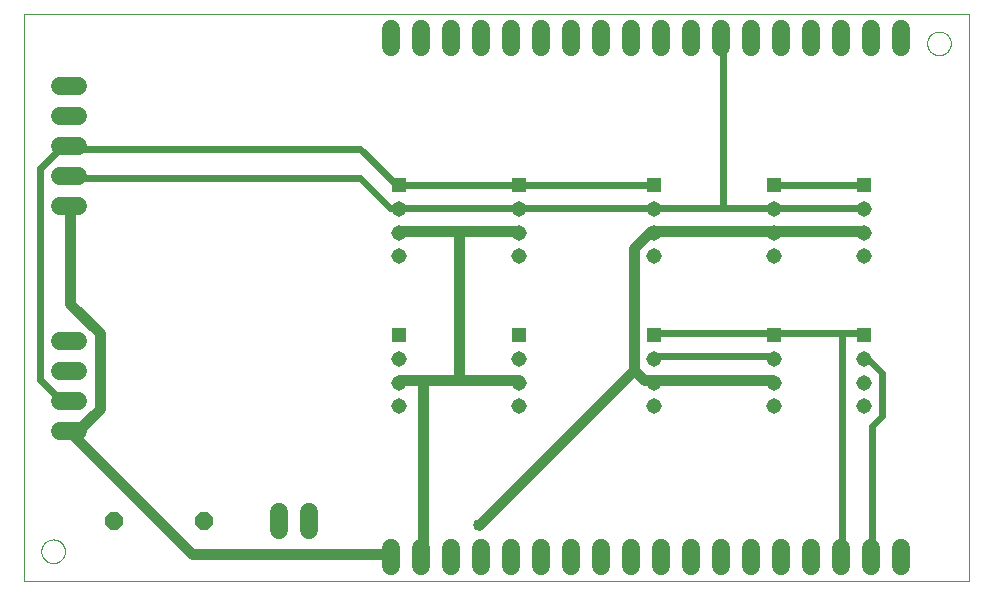
<source format=gtl>
G75*
%MOIN*%
%OFA0B0*%
%FSLAX25Y25*%
%IPPOS*%
%LPD*%
%AMOC8*
5,1,8,0,0,1.08239X$1,22.5*
%
%ADD10C,0.00000*%
%ADD11C,0.06000*%
%ADD12R,0.05150X0.05150*%
%ADD13C,0.05150*%
%ADD14OC8,0.06000*%
%ADD15C,0.02400*%
%ADD16C,0.03600*%
%ADD17C,0.04000*%
D10*
X0001000Y0001226D02*
X0001000Y0190202D01*
X0315961Y0190202D01*
X0315961Y0001226D01*
X0001000Y0001226D01*
X0006906Y0011069D02*
X0006908Y0011194D01*
X0006914Y0011319D01*
X0006924Y0011443D01*
X0006938Y0011567D01*
X0006955Y0011691D01*
X0006977Y0011814D01*
X0007003Y0011936D01*
X0007032Y0012058D01*
X0007065Y0012178D01*
X0007103Y0012297D01*
X0007143Y0012416D01*
X0007188Y0012532D01*
X0007236Y0012647D01*
X0007288Y0012761D01*
X0007344Y0012873D01*
X0007403Y0012983D01*
X0007465Y0013091D01*
X0007531Y0013198D01*
X0007600Y0013302D01*
X0007673Y0013403D01*
X0007748Y0013503D01*
X0007827Y0013600D01*
X0007909Y0013694D01*
X0007994Y0013786D01*
X0008081Y0013875D01*
X0008172Y0013961D01*
X0008265Y0014044D01*
X0008361Y0014125D01*
X0008459Y0014202D01*
X0008559Y0014276D01*
X0008662Y0014347D01*
X0008767Y0014414D01*
X0008875Y0014479D01*
X0008984Y0014539D01*
X0009095Y0014597D01*
X0009208Y0014650D01*
X0009322Y0014700D01*
X0009438Y0014747D01*
X0009555Y0014789D01*
X0009674Y0014828D01*
X0009794Y0014864D01*
X0009915Y0014895D01*
X0010037Y0014923D01*
X0010159Y0014946D01*
X0010283Y0014966D01*
X0010407Y0014982D01*
X0010531Y0014994D01*
X0010656Y0015002D01*
X0010781Y0015006D01*
X0010905Y0015006D01*
X0011030Y0015002D01*
X0011155Y0014994D01*
X0011279Y0014982D01*
X0011403Y0014966D01*
X0011527Y0014946D01*
X0011649Y0014923D01*
X0011771Y0014895D01*
X0011892Y0014864D01*
X0012012Y0014828D01*
X0012131Y0014789D01*
X0012248Y0014747D01*
X0012364Y0014700D01*
X0012478Y0014650D01*
X0012591Y0014597D01*
X0012702Y0014539D01*
X0012812Y0014479D01*
X0012919Y0014414D01*
X0013024Y0014347D01*
X0013127Y0014276D01*
X0013227Y0014202D01*
X0013325Y0014125D01*
X0013421Y0014044D01*
X0013514Y0013961D01*
X0013605Y0013875D01*
X0013692Y0013786D01*
X0013777Y0013694D01*
X0013859Y0013600D01*
X0013938Y0013503D01*
X0014013Y0013403D01*
X0014086Y0013302D01*
X0014155Y0013198D01*
X0014221Y0013091D01*
X0014283Y0012983D01*
X0014342Y0012873D01*
X0014398Y0012761D01*
X0014450Y0012647D01*
X0014498Y0012532D01*
X0014543Y0012416D01*
X0014583Y0012297D01*
X0014621Y0012178D01*
X0014654Y0012058D01*
X0014683Y0011936D01*
X0014709Y0011814D01*
X0014731Y0011691D01*
X0014748Y0011567D01*
X0014762Y0011443D01*
X0014772Y0011319D01*
X0014778Y0011194D01*
X0014780Y0011069D01*
X0014778Y0010944D01*
X0014772Y0010819D01*
X0014762Y0010695D01*
X0014748Y0010571D01*
X0014731Y0010447D01*
X0014709Y0010324D01*
X0014683Y0010202D01*
X0014654Y0010080D01*
X0014621Y0009960D01*
X0014583Y0009841D01*
X0014543Y0009722D01*
X0014498Y0009606D01*
X0014450Y0009491D01*
X0014398Y0009377D01*
X0014342Y0009265D01*
X0014283Y0009155D01*
X0014221Y0009047D01*
X0014155Y0008940D01*
X0014086Y0008836D01*
X0014013Y0008735D01*
X0013938Y0008635D01*
X0013859Y0008538D01*
X0013777Y0008444D01*
X0013692Y0008352D01*
X0013605Y0008263D01*
X0013514Y0008177D01*
X0013421Y0008094D01*
X0013325Y0008013D01*
X0013227Y0007936D01*
X0013127Y0007862D01*
X0013024Y0007791D01*
X0012919Y0007724D01*
X0012811Y0007659D01*
X0012702Y0007599D01*
X0012591Y0007541D01*
X0012478Y0007488D01*
X0012364Y0007438D01*
X0012248Y0007391D01*
X0012131Y0007349D01*
X0012012Y0007310D01*
X0011892Y0007274D01*
X0011771Y0007243D01*
X0011649Y0007215D01*
X0011527Y0007192D01*
X0011403Y0007172D01*
X0011279Y0007156D01*
X0011155Y0007144D01*
X0011030Y0007136D01*
X0010905Y0007132D01*
X0010781Y0007132D01*
X0010656Y0007136D01*
X0010531Y0007144D01*
X0010407Y0007156D01*
X0010283Y0007172D01*
X0010159Y0007192D01*
X0010037Y0007215D01*
X0009915Y0007243D01*
X0009794Y0007274D01*
X0009674Y0007310D01*
X0009555Y0007349D01*
X0009438Y0007391D01*
X0009322Y0007438D01*
X0009208Y0007488D01*
X0009095Y0007541D01*
X0008984Y0007599D01*
X0008874Y0007659D01*
X0008767Y0007724D01*
X0008662Y0007791D01*
X0008559Y0007862D01*
X0008459Y0007936D01*
X0008361Y0008013D01*
X0008265Y0008094D01*
X0008172Y0008177D01*
X0008081Y0008263D01*
X0007994Y0008352D01*
X0007909Y0008444D01*
X0007827Y0008538D01*
X0007748Y0008635D01*
X0007673Y0008735D01*
X0007600Y0008836D01*
X0007531Y0008940D01*
X0007465Y0009047D01*
X0007403Y0009155D01*
X0007344Y0009265D01*
X0007288Y0009377D01*
X0007236Y0009491D01*
X0007188Y0009606D01*
X0007143Y0009722D01*
X0007103Y0009841D01*
X0007065Y0009960D01*
X0007032Y0010080D01*
X0007003Y0010202D01*
X0006977Y0010324D01*
X0006955Y0010447D01*
X0006938Y0010571D01*
X0006924Y0010695D01*
X0006914Y0010819D01*
X0006908Y0010944D01*
X0006906Y0011069D01*
X0302181Y0180360D02*
X0302183Y0180485D01*
X0302189Y0180610D01*
X0302199Y0180734D01*
X0302213Y0180858D01*
X0302230Y0180982D01*
X0302252Y0181105D01*
X0302278Y0181227D01*
X0302307Y0181349D01*
X0302340Y0181469D01*
X0302378Y0181588D01*
X0302418Y0181707D01*
X0302463Y0181823D01*
X0302511Y0181938D01*
X0302563Y0182052D01*
X0302619Y0182164D01*
X0302678Y0182274D01*
X0302740Y0182382D01*
X0302806Y0182489D01*
X0302875Y0182593D01*
X0302948Y0182694D01*
X0303023Y0182794D01*
X0303102Y0182891D01*
X0303184Y0182985D01*
X0303269Y0183077D01*
X0303356Y0183166D01*
X0303447Y0183252D01*
X0303540Y0183335D01*
X0303636Y0183416D01*
X0303734Y0183493D01*
X0303834Y0183567D01*
X0303937Y0183638D01*
X0304042Y0183705D01*
X0304150Y0183770D01*
X0304259Y0183830D01*
X0304370Y0183888D01*
X0304483Y0183941D01*
X0304597Y0183991D01*
X0304713Y0184038D01*
X0304830Y0184080D01*
X0304949Y0184119D01*
X0305069Y0184155D01*
X0305190Y0184186D01*
X0305312Y0184214D01*
X0305434Y0184237D01*
X0305558Y0184257D01*
X0305682Y0184273D01*
X0305806Y0184285D01*
X0305931Y0184293D01*
X0306056Y0184297D01*
X0306180Y0184297D01*
X0306305Y0184293D01*
X0306430Y0184285D01*
X0306554Y0184273D01*
X0306678Y0184257D01*
X0306802Y0184237D01*
X0306924Y0184214D01*
X0307046Y0184186D01*
X0307167Y0184155D01*
X0307287Y0184119D01*
X0307406Y0184080D01*
X0307523Y0184038D01*
X0307639Y0183991D01*
X0307753Y0183941D01*
X0307866Y0183888D01*
X0307977Y0183830D01*
X0308087Y0183770D01*
X0308194Y0183705D01*
X0308299Y0183638D01*
X0308402Y0183567D01*
X0308502Y0183493D01*
X0308600Y0183416D01*
X0308696Y0183335D01*
X0308789Y0183252D01*
X0308880Y0183166D01*
X0308967Y0183077D01*
X0309052Y0182985D01*
X0309134Y0182891D01*
X0309213Y0182794D01*
X0309288Y0182694D01*
X0309361Y0182593D01*
X0309430Y0182489D01*
X0309496Y0182382D01*
X0309558Y0182274D01*
X0309617Y0182164D01*
X0309673Y0182052D01*
X0309725Y0181938D01*
X0309773Y0181823D01*
X0309818Y0181707D01*
X0309858Y0181588D01*
X0309896Y0181469D01*
X0309929Y0181349D01*
X0309958Y0181227D01*
X0309984Y0181105D01*
X0310006Y0180982D01*
X0310023Y0180858D01*
X0310037Y0180734D01*
X0310047Y0180610D01*
X0310053Y0180485D01*
X0310055Y0180360D01*
X0310053Y0180235D01*
X0310047Y0180110D01*
X0310037Y0179986D01*
X0310023Y0179862D01*
X0310006Y0179738D01*
X0309984Y0179615D01*
X0309958Y0179493D01*
X0309929Y0179371D01*
X0309896Y0179251D01*
X0309858Y0179132D01*
X0309818Y0179013D01*
X0309773Y0178897D01*
X0309725Y0178782D01*
X0309673Y0178668D01*
X0309617Y0178556D01*
X0309558Y0178446D01*
X0309496Y0178338D01*
X0309430Y0178231D01*
X0309361Y0178127D01*
X0309288Y0178026D01*
X0309213Y0177926D01*
X0309134Y0177829D01*
X0309052Y0177735D01*
X0308967Y0177643D01*
X0308880Y0177554D01*
X0308789Y0177468D01*
X0308696Y0177385D01*
X0308600Y0177304D01*
X0308502Y0177227D01*
X0308402Y0177153D01*
X0308299Y0177082D01*
X0308194Y0177015D01*
X0308086Y0176950D01*
X0307977Y0176890D01*
X0307866Y0176832D01*
X0307753Y0176779D01*
X0307639Y0176729D01*
X0307523Y0176682D01*
X0307406Y0176640D01*
X0307287Y0176601D01*
X0307167Y0176565D01*
X0307046Y0176534D01*
X0306924Y0176506D01*
X0306802Y0176483D01*
X0306678Y0176463D01*
X0306554Y0176447D01*
X0306430Y0176435D01*
X0306305Y0176427D01*
X0306180Y0176423D01*
X0306056Y0176423D01*
X0305931Y0176427D01*
X0305806Y0176435D01*
X0305682Y0176447D01*
X0305558Y0176463D01*
X0305434Y0176483D01*
X0305312Y0176506D01*
X0305190Y0176534D01*
X0305069Y0176565D01*
X0304949Y0176601D01*
X0304830Y0176640D01*
X0304713Y0176682D01*
X0304597Y0176729D01*
X0304483Y0176779D01*
X0304370Y0176832D01*
X0304259Y0176890D01*
X0304149Y0176950D01*
X0304042Y0177015D01*
X0303937Y0177082D01*
X0303834Y0177153D01*
X0303734Y0177227D01*
X0303636Y0177304D01*
X0303540Y0177385D01*
X0303447Y0177468D01*
X0303356Y0177554D01*
X0303269Y0177643D01*
X0303184Y0177735D01*
X0303102Y0177829D01*
X0303023Y0177926D01*
X0302948Y0178026D01*
X0302875Y0178127D01*
X0302806Y0178231D01*
X0302740Y0178338D01*
X0302678Y0178446D01*
X0302619Y0178556D01*
X0302563Y0178668D01*
X0302511Y0178782D01*
X0302463Y0178897D01*
X0302418Y0179013D01*
X0302378Y0179132D01*
X0302340Y0179251D01*
X0302307Y0179371D01*
X0302278Y0179493D01*
X0302252Y0179615D01*
X0302230Y0179738D01*
X0302213Y0179862D01*
X0302199Y0179986D01*
X0302189Y0180110D01*
X0302183Y0180235D01*
X0302181Y0180360D01*
D11*
X0293461Y0179328D02*
X0293461Y0185328D01*
X0283461Y0185328D02*
X0283461Y0179328D01*
X0273461Y0179328D02*
X0273461Y0185328D01*
X0263461Y0185328D02*
X0263461Y0179328D01*
X0253461Y0179328D02*
X0253461Y0185328D01*
X0243461Y0185328D02*
X0243461Y0179328D01*
X0233461Y0179328D02*
X0233461Y0185328D01*
X0223461Y0185328D02*
X0223461Y0179328D01*
X0213461Y0179328D02*
X0213461Y0185328D01*
X0203461Y0185328D02*
X0203461Y0179328D01*
X0193461Y0179328D02*
X0193461Y0185328D01*
X0183461Y0185328D02*
X0183461Y0179328D01*
X0173461Y0179328D02*
X0173461Y0185328D01*
X0163461Y0185328D02*
X0163461Y0179328D01*
X0153461Y0179328D02*
X0153461Y0185328D01*
X0143461Y0185328D02*
X0143461Y0179328D01*
X0133461Y0179328D02*
X0133461Y0185328D01*
X0123461Y0185328D02*
X0123461Y0179328D01*
X0019000Y0166226D02*
X0013000Y0166226D01*
X0013000Y0156226D02*
X0019000Y0156226D01*
X0019000Y0146226D02*
X0013000Y0146226D01*
X0013000Y0136226D02*
X0019000Y0136226D01*
X0019000Y0126226D02*
X0013000Y0126226D01*
X0013000Y0081226D02*
X0019000Y0081226D01*
X0019000Y0071226D02*
X0013000Y0071226D01*
X0013000Y0061226D02*
X0019000Y0061226D01*
X0019000Y0051226D02*
X0013000Y0051226D01*
X0086000Y0024226D02*
X0086000Y0018226D01*
X0096000Y0018226D02*
X0096000Y0024226D01*
X0123461Y0012100D02*
X0123461Y0006100D01*
X0133461Y0006100D02*
X0133461Y0012100D01*
X0143461Y0012100D02*
X0143461Y0006100D01*
X0153461Y0006100D02*
X0153461Y0012100D01*
X0163461Y0012100D02*
X0163461Y0006100D01*
X0173461Y0006100D02*
X0173461Y0012100D01*
X0183461Y0012100D02*
X0183461Y0006100D01*
X0193461Y0006100D02*
X0193461Y0012100D01*
X0203461Y0012100D02*
X0203461Y0006100D01*
X0213461Y0006100D02*
X0213461Y0012100D01*
X0223461Y0012100D02*
X0223461Y0006100D01*
X0233461Y0006100D02*
X0233461Y0012100D01*
X0243461Y0012100D02*
X0243461Y0006100D01*
X0253461Y0006100D02*
X0253461Y0012100D01*
X0263461Y0012100D02*
X0263461Y0006100D01*
X0273461Y0006100D02*
X0273461Y0012100D01*
X0283461Y0012100D02*
X0283461Y0006100D01*
X0293461Y0006100D02*
X0293461Y0012100D01*
D12*
X0281000Y0083037D03*
X0251000Y0083037D03*
X0211000Y0083037D03*
X0166000Y0083037D03*
X0126000Y0083037D03*
X0126000Y0133037D03*
X0166000Y0133037D03*
X0211000Y0133037D03*
X0251000Y0133037D03*
X0281000Y0133037D03*
D13*
X0281000Y0125163D03*
X0281000Y0117289D03*
X0281000Y0109415D03*
X0251000Y0109415D03*
X0251000Y0117289D03*
X0251000Y0125163D03*
X0211000Y0125163D03*
X0211000Y0117289D03*
X0211000Y0109415D03*
X0166000Y0109415D03*
X0166000Y0117289D03*
X0166000Y0125163D03*
X0126000Y0125163D03*
X0126000Y0117289D03*
X0126000Y0109415D03*
X0126000Y0075163D03*
X0126000Y0067289D03*
X0126000Y0059415D03*
X0166000Y0059415D03*
X0166000Y0067289D03*
X0166000Y0075163D03*
X0211000Y0075163D03*
X0211000Y0067289D03*
X0211000Y0059415D03*
X0251000Y0059415D03*
X0251000Y0067289D03*
X0251000Y0075163D03*
X0281000Y0075163D03*
X0281000Y0067289D03*
X0281000Y0059415D03*
D14*
X0061000Y0021226D03*
X0031000Y0021226D03*
D15*
X0016000Y0061226D02*
X0015300Y0061726D01*
X0013100Y0061726D01*
X0006500Y0068326D01*
X0006500Y0138726D01*
X0013100Y0145326D01*
X0015300Y0145326D01*
X0016000Y0146226D01*
X0016400Y0145326D01*
X0113200Y0145326D01*
X0125300Y0133226D01*
X0126000Y0133037D01*
X0126400Y0133226D01*
X0166000Y0133226D01*
X0166000Y0133037D01*
X0167100Y0133226D01*
X0210000Y0133226D01*
X0211000Y0133037D01*
X0211100Y0125526D02*
X0211000Y0125163D01*
X0210000Y0125526D01*
X0167100Y0125526D01*
X0166000Y0125163D01*
X0166000Y0125526D01*
X0126400Y0125526D01*
X0126000Y0125163D01*
X0125300Y0125526D01*
X0123100Y0125526D01*
X0113200Y0135426D01*
X0016400Y0135426D01*
X0016000Y0136226D01*
X0211100Y0125526D02*
X0234200Y0125526D01*
X0234200Y0181626D01*
X0233461Y0182328D01*
X0251000Y0133037D02*
X0251800Y0133226D01*
X0280400Y0133226D01*
X0281000Y0133037D01*
X0280400Y0125526D02*
X0281000Y0125163D01*
X0280400Y0125526D02*
X0251800Y0125526D01*
X0251000Y0125163D01*
X0250700Y0125526D01*
X0234200Y0125526D01*
X0250700Y0083726D02*
X0211100Y0083726D01*
X0211000Y0083037D01*
X0211100Y0076026D02*
X0211000Y0075163D01*
X0211100Y0076026D02*
X0250700Y0076026D01*
X0251000Y0075163D01*
X0251000Y0083037D02*
X0251800Y0083726D01*
X0273800Y0083726D01*
X0273800Y0010026D01*
X0273461Y0009100D01*
X0283461Y0009100D02*
X0283700Y0010026D01*
X0283700Y0052926D01*
X0287000Y0056226D01*
X0287000Y0070526D01*
X0281500Y0076026D01*
X0281000Y0075163D01*
X0281000Y0083037D02*
X0280400Y0083726D01*
X0273800Y0083726D01*
X0251000Y0083037D02*
X0250700Y0083726D01*
D16*
X0250700Y0068326D02*
X0251000Y0067289D01*
X0250700Y0068326D02*
X0211100Y0068326D01*
X0211000Y0067289D01*
X0210000Y0068326D01*
X0207800Y0068326D01*
X0204500Y0071626D01*
X0152800Y0019926D01*
X0134100Y0010026D02*
X0133461Y0009100D01*
X0134100Y0010026D02*
X0134100Y0068326D01*
X0126400Y0068326D01*
X0126000Y0067289D01*
X0134100Y0068326D02*
X0146200Y0068326D01*
X0146200Y0117826D01*
X0126400Y0117826D01*
X0126000Y0117289D01*
X0146200Y0117826D02*
X0166000Y0117826D01*
X0166000Y0117289D01*
X0204500Y0112326D02*
X0210000Y0117826D01*
X0211000Y0117289D01*
X0211100Y0117826D01*
X0250700Y0117826D01*
X0251000Y0117289D01*
X0251800Y0117826D01*
X0280400Y0117826D01*
X0281000Y0117289D01*
X0204500Y0112326D02*
X0204500Y0071626D01*
X0166000Y0068326D02*
X0166000Y0067289D01*
X0166000Y0068326D02*
X0146200Y0068326D01*
X0123100Y0010026D02*
X0057100Y0010026D01*
X0016400Y0050726D01*
X0016000Y0051226D01*
X0018600Y0050726D01*
X0026300Y0058426D01*
X0026300Y0083726D01*
X0016400Y0093626D01*
X0016400Y0125526D01*
X0016000Y0126226D01*
X0123100Y0010026D02*
X0123461Y0009100D01*
D17*
X0152800Y0019926D03*
M02*

</source>
